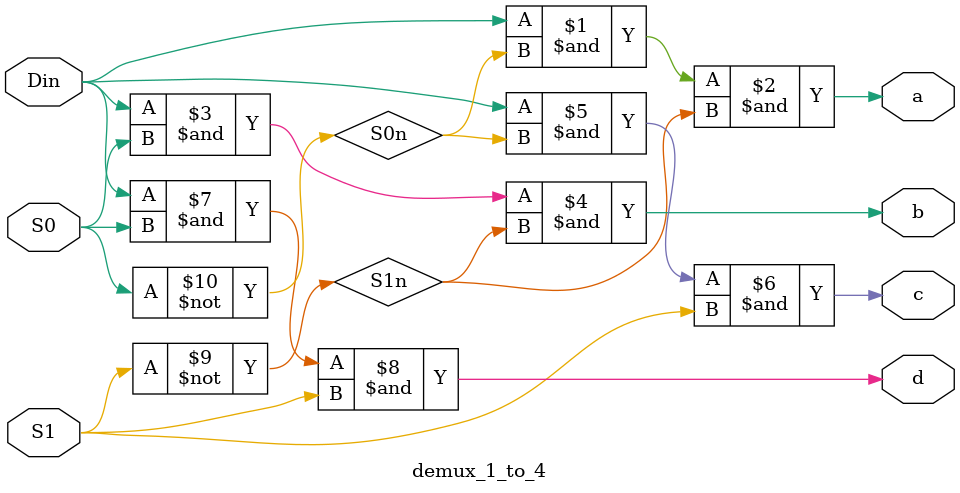
<source format=v>
module demux_1_to_4(a, b, c, d, Din, S0, S1);
output a, b, c, d;
input Din, S0, S1;
not(S1n,S1),(S0n,S0);
and(a,Din,S0n,S1n),(b,Din,S0,S1n),(c,Din,S0n,S1),(d,Din,S0,S1);
endmodule

</source>
